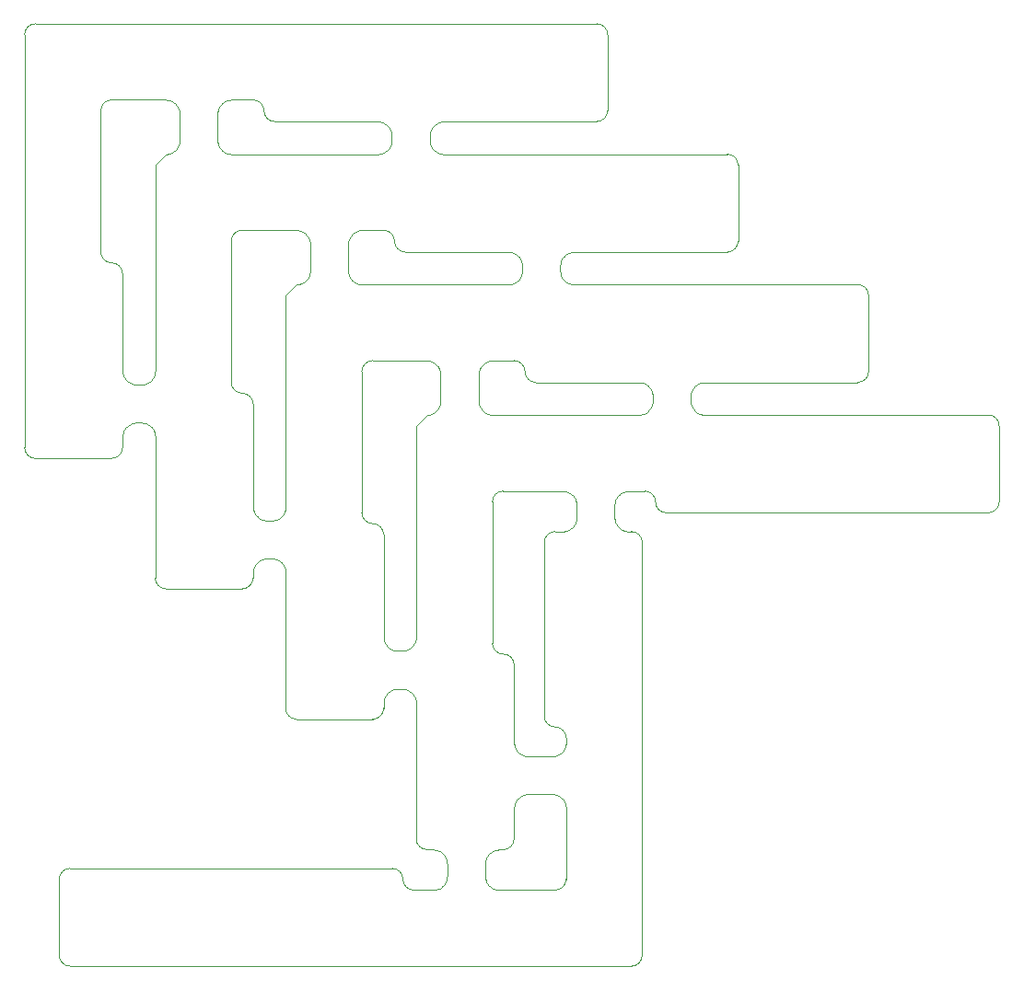
<source format=gbr>
G04 #@! TF.GenerationSoftware,KiCad,Pcbnew,5.1.5-52549c5~84~ubuntu16.04.1*
G04 #@! TF.CreationDate,2020-01-12T22:05:50-08:00*
G04 #@! TF.ProjectId,output.panelized,6f757470-7574-42e7-9061-6e656c697a65,rev?*
G04 #@! TF.SameCoordinates,PX8e95450PY5aa2c88*
G04 #@! TF.FileFunction,Profile,NP*
%FSLAX46Y46*%
G04 Gerber Fmt 4.6, Leading zero omitted, Abs format (unit mm)*
G04 Created by KiCad (PCBNEW 5.1.5-52549c5~84~ubuntu16.04.1) date 2020-01-12 22:05:50*
%MOMM*%
%LPD*%
G04 APERTURE LIST*
%ADD10C,0.050000*%
%ADD11C,0.100000*%
G04 APERTURE END LIST*
D10*
X-75890800Y71961400D02*
G75*
G02X-76890800Y70961400I-1000000J0D01*
G01*
X-76890800Y79961400D02*
G75*
G02X-75890800Y78961400I0J-1000000D01*
G01*
X-129490800Y78961400D02*
G75*
G02X-128490800Y79961400I1000000J0D01*
G01*
X-128490800Y39961400D02*
G75*
G02X-129490800Y40961400I0J1000000D01*
G01*
X-120490800Y40961400D02*
G75*
G02X-121490800Y39961400I-1000000J0D01*
G01*
X-121490800Y57961400D02*
G75*
G02X-122490800Y58961400I0J1000000D01*
G01*
X-121490800Y57961400D02*
G75*
G02X-120490800Y56961400I0J-1000000D01*
G01*
X-122490800Y71961400D02*
G75*
G02X-121490800Y72961400I1000000J0D01*
G01*
X-108490800Y72961400D02*
G75*
G02X-107490800Y71961400I0J-1000000D01*
G01*
X-106490800Y70961400D02*
G75*
G02X-107490800Y71961400I0J1000000D01*
G01*
X-122490800Y71961400D02*
X-122490800Y58961400D01*
X-129490800Y40961400D02*
X-129490800Y78961400D01*
X-121490800Y39961400D02*
X-128490800Y39961400D01*
X-75890800Y78961400D02*
X-75890800Y71961400D01*
X-128490800Y79961400D02*
X-76890800Y79961400D01*
X-63890800Y59961400D02*
G75*
G02X-64890800Y58961400I-1000000J0D01*
G01*
X-64890800Y67961400D02*
G75*
G02X-63890800Y66961400I0J-1000000D01*
G01*
X-116490800Y27961400D02*
G75*
G02X-117490800Y28961400I0J1000000D01*
G01*
X-108490800Y28961400D02*
G75*
G02X-109490800Y27961400I-1000000J0D01*
G01*
X-109490800Y45961400D02*
G75*
G02X-110490800Y46961400I0J1000000D01*
G01*
X-109490800Y45961400D02*
G75*
G02X-108490800Y44961400I0J-1000000D01*
G01*
X-110490800Y59961400D02*
G75*
G02X-109490800Y60961400I1000000J0D01*
G01*
X-96490800Y60961400D02*
G75*
G02X-95490800Y59961400I0J-1000000D01*
G01*
X-94490800Y58961400D02*
G75*
G02X-95490800Y59961400I0J1000000D01*
G01*
X-110490800Y59961400D02*
X-110490800Y46961400D01*
X-109490800Y27961400D02*
X-116490800Y27961400D01*
X-63890800Y66961400D02*
X-63890800Y59961400D01*
X-51890800Y47961400D02*
G75*
G02X-52890800Y46961400I-1000000J0D01*
G01*
X-52890800Y55961400D02*
G75*
G02X-51890800Y54961400I0J-1000000D01*
G01*
X-104490800Y15961400D02*
G75*
G02X-105490800Y16961400I0J1000000D01*
G01*
X-96490800Y16961400D02*
G75*
G02X-97490800Y15961400I-1000000J0D01*
G01*
X-97490800Y33961400D02*
G75*
G02X-98490800Y34961400I0J1000000D01*
G01*
X-97490800Y33961400D02*
G75*
G02X-96490800Y32961400I0J-1000000D01*
G01*
X-98490800Y47961400D02*
G75*
G02X-97490800Y48961400I1000000J0D01*
G01*
X-84490800Y48961400D02*
G75*
G02X-83490800Y47961400I0J-1000000D01*
G01*
X-82490800Y46961400D02*
G75*
G02X-83490800Y47961400I0J1000000D01*
G01*
X-98490800Y47961400D02*
X-98490800Y34961400D01*
X-97490800Y15961400D02*
X-104490800Y15961400D01*
X-51890800Y54961400D02*
X-51890800Y47961400D01*
X-39890800Y35961400D02*
G75*
G02X-40890800Y34961400I-1000000J0D01*
G01*
X-40890800Y43961400D02*
G75*
G02X-39890800Y42961400I0J-1000000D01*
G01*
X-92490800Y3961400D02*
G75*
G02X-93490800Y4961400I0J1000000D01*
G01*
X-84490800Y4961400D02*
G75*
G02X-85490800Y3961400I-1000000J0D01*
G01*
X-85490800Y21961400D02*
G75*
G02X-86490800Y22961400I0J1000000D01*
G01*
X-85490800Y21961400D02*
G75*
G02X-84490800Y20961400I0J-1000000D01*
G01*
X-86490800Y35961400D02*
G75*
G02X-85490800Y36961400I1000000J0D01*
G01*
X-72490800Y36961400D02*
G75*
G02X-71490800Y35961400I0J-1000000D01*
G01*
X-70490800Y34961400D02*
G75*
G02X-71490800Y35961400I0J1000000D01*
G01*
X-86490800Y35961400D02*
X-86490800Y22961400D01*
X-40890800Y34961400D02*
X-70490800Y34961400D01*
X-39890800Y42961400D02*
X-39890800Y35961400D01*
X-126309200Y1238600D02*
G75*
G02X-125309200Y2238600I1000000J0D01*
G01*
X-125309200Y-6761400D02*
G75*
G02X-126309200Y-5761400I0J1000000D01*
G01*
X-72709200Y-5761400D02*
G75*
G02X-73709200Y-6761400I-1000000J0D01*
G01*
X-73709200Y33238600D02*
G75*
G02X-72709200Y32238600I0J-1000000D01*
G01*
X-81709200Y32238600D02*
G75*
G02X-80709200Y33238600I1000000J0D01*
G01*
X-80709200Y15238600D02*
G75*
G02X-79709200Y14238600I0J-1000000D01*
G01*
X-80709200Y15238600D02*
G75*
G02X-81709200Y16238600I0J1000000D01*
G01*
X-79709200Y1238600D02*
G75*
G02X-80709200Y238600I-1000000J0D01*
G01*
X-93709200Y238600D02*
G75*
G02X-94709200Y1238600I0J1000000D01*
G01*
X-95709200Y2238600D02*
G75*
G02X-94709200Y1238600I0J-1000000D01*
G01*
X-72709200Y32238600D02*
X-72709200Y-5761400D01*
X-81709200Y16238600D02*
X-81709200Y32238600D01*
X-125309200Y2238600D02*
X-95709200Y2238600D01*
X-126309200Y-5761400D02*
X-126309200Y1238600D01*
X-73709200Y-6761400D02*
X-125309200Y-6761400D01*
D11*
X-84490800Y13800012D02*
X-84490800Y20961400D01*
X-84490800Y7800000D02*
X-84490800Y4961400D01*
X-79709200Y7800006D02*
X-79709200Y1238600D01*
X-79709200Y13800000D02*
X-79709200Y14238600D01*
X-79709200Y7800006D02*
X-79716887Y7899710D01*
X-84490800Y7800000D02*
X-84483113Y7899704D01*
X-79716887Y7899710D02*
X-79732215Y7998528D01*
X-84483113Y7899704D02*
X-84467785Y7998522D01*
X-79732215Y7998528D02*
X-79755093Y8095875D01*
X-84467785Y7998522D02*
X-84444907Y8095869D01*
X-79755093Y8095875D02*
X-79785386Y8191175D01*
X-84444907Y8095869D02*
X-84414614Y8191169D01*
X-79785386Y8191175D02*
X-79822915Y8283865D01*
X-84414614Y8191169D02*
X-84377085Y8283859D01*
X-79822915Y8283865D02*
X-79867458Y8373396D01*
X-84377085Y8283859D02*
X-84332542Y8373390D01*
X-79867458Y8373396D02*
X-79918751Y8459238D01*
X-84332542Y8373390D02*
X-84281249Y8459232D01*
X-79918751Y8459238D02*
X-79976491Y8540883D01*
X-84281249Y8459232D02*
X-84223509Y8540877D01*
X-79976491Y8540883D02*
X-80040336Y8617848D01*
X-84223509Y8540877D02*
X-84159664Y8617842D01*
X-80040336Y8617848D02*
X-80109908Y8689678D01*
X-84159664Y8617842D02*
X-84090092Y8689672D01*
X-80109908Y8689678D02*
X-80184795Y8755948D01*
X-84090092Y8689672D02*
X-84015205Y8755942D01*
X-80184795Y8755948D02*
X-80264554Y8816266D01*
X-84015205Y8755942D02*
X-83935446Y8816260D01*
X-80264554Y8816266D02*
X-80348713Y8870275D01*
X-83935446Y8816260D02*
X-83851287Y8870269D01*
X-80348713Y8870275D02*
X-80436774Y8917655D01*
X-83851287Y8870269D02*
X-83763226Y8917649D01*
X-80436774Y8917655D02*
X-80528216Y8958126D01*
X-83763226Y8917649D02*
X-83671784Y8958120D01*
X-80528216Y8958126D02*
X-80622498Y8991448D01*
X-83671784Y8958120D02*
X-83577502Y8991442D01*
X-80622498Y8991448D02*
X-80719062Y9017424D01*
X-83577502Y8991442D02*
X-83480938Y9017418D01*
X-80719062Y9017424D02*
X-80817337Y9035901D01*
X-83480938Y9017418D02*
X-83382663Y9035895D01*
X-80817337Y9035901D02*
X-80916742Y9046769D01*
X-83382663Y9035895D02*
X-83283258Y9046763D01*
X-80916742Y9046769D02*
X-81016688Y9049964D01*
X-83283258Y9046763D02*
X-83183312Y9049958D01*
X-83183312Y9049958D02*
X-81016688Y9049964D01*
X-79709200Y13800000D02*
X-79716887Y13700296D01*
X-84490800Y13800012D02*
X-84483113Y13700308D01*
X-79716887Y13700296D02*
X-79732215Y13601478D01*
X-84483113Y13700308D02*
X-84467785Y13601490D01*
X-79732215Y13601478D02*
X-79755093Y13504131D01*
X-84467785Y13601490D02*
X-84444907Y13504143D01*
X-79755093Y13504131D02*
X-79785386Y13408831D01*
X-84444907Y13504143D02*
X-84414614Y13408843D01*
X-79785386Y13408831D02*
X-79822915Y13316141D01*
X-84414614Y13408843D02*
X-84377085Y13316153D01*
X-79822915Y13316141D02*
X-79867458Y13226610D01*
X-84377085Y13316153D02*
X-84332542Y13226622D01*
X-79867458Y13226610D02*
X-79918751Y13140768D01*
X-84332542Y13226622D02*
X-84281249Y13140780D01*
X-79918751Y13140768D02*
X-79976491Y13059123D01*
X-84281249Y13140780D02*
X-84223509Y13059135D01*
X-79976491Y13059123D02*
X-80040336Y12982158D01*
X-84223509Y13059135D02*
X-84159664Y12982170D01*
X-80040336Y12982158D02*
X-80109908Y12910328D01*
X-84159664Y12982170D02*
X-84090092Y12910340D01*
X-80109908Y12910328D02*
X-80184795Y12844058D01*
X-84090092Y12910340D02*
X-84015205Y12844070D01*
X-80184795Y12844058D02*
X-80264554Y12783740D01*
X-84015205Y12844070D02*
X-83935446Y12783752D01*
X-80264554Y12783740D02*
X-80348713Y12729731D01*
X-83935446Y12783752D02*
X-83851287Y12729743D01*
X-80348713Y12729731D02*
X-80436774Y12682351D01*
X-83851287Y12729743D02*
X-83763226Y12682363D01*
X-80436774Y12682351D02*
X-80528216Y12641880D01*
X-83763226Y12682363D02*
X-83671784Y12641892D01*
X-80528216Y12641880D02*
X-80622498Y12608558D01*
X-83671784Y12641892D02*
X-83577502Y12608570D01*
X-80622498Y12608558D02*
X-80719062Y12582582D01*
X-83577502Y12608570D02*
X-83480938Y12582594D01*
X-80719062Y12582582D02*
X-80817337Y12564105D01*
X-83480938Y12582594D02*
X-83382663Y12564117D01*
X-80817337Y12564105D02*
X-80916742Y12553237D01*
X-83382663Y12564117D02*
X-83283258Y12553249D01*
X-80916742Y12553237D02*
X-81016688Y12550042D01*
X-83283258Y12553249D02*
X-83183312Y12550054D01*
X-83183312Y12550054D02*
X-81016688Y12550042D01*
X-85900000Y3961400D02*
X-85490800Y3961400D01*
X-91899994Y3961400D02*
X-92490800Y3961400D01*
X-91900003Y238600D02*
X-93709200Y238600D01*
X-85900006Y238600D02*
X-80709200Y238600D01*
X-91899994Y3961400D02*
X-91800290Y3953713D01*
X-91900003Y238600D02*
X-91800299Y246287D01*
X-91800290Y3953713D02*
X-91701472Y3938385D01*
X-91800299Y246287D02*
X-91701481Y261615D01*
X-91701472Y3938385D02*
X-91604125Y3915507D01*
X-91701481Y261615D02*
X-91604134Y284493D01*
X-91604125Y3915507D02*
X-91508825Y3885214D01*
X-91604134Y284493D02*
X-91508834Y314786D01*
X-91508825Y3885214D02*
X-91416135Y3847685D01*
X-91508834Y314786D02*
X-91416144Y352315D01*
X-91416135Y3847685D02*
X-91326604Y3803142D01*
X-91416144Y352315D02*
X-91326613Y396858D01*
X-91326604Y3803142D02*
X-91240762Y3751849D01*
X-91326613Y396858D02*
X-91240771Y448151D01*
X-91240762Y3751849D02*
X-91159117Y3694109D01*
X-91240771Y448151D02*
X-91159126Y505891D01*
X-91159117Y3694109D02*
X-91082152Y3630264D01*
X-91159126Y505891D02*
X-91082161Y569736D01*
X-91082152Y3630264D02*
X-91010322Y3560692D01*
X-91082161Y569736D02*
X-91010331Y639308D01*
X-91010322Y3560692D02*
X-90944052Y3485805D01*
X-91010331Y639308D02*
X-90944061Y714195D01*
X-90944052Y3485805D02*
X-90883734Y3406046D01*
X-90944061Y714195D02*
X-90883743Y793954D01*
X-90883734Y3406046D02*
X-90829725Y3321887D01*
X-90883743Y793954D02*
X-90829734Y878113D01*
X-90829725Y3321887D02*
X-90782345Y3233826D01*
X-90829734Y878113D02*
X-90782354Y966174D01*
X-90782345Y3233826D02*
X-90741874Y3142384D01*
X-90782354Y966174D02*
X-90741883Y1057616D01*
X-90741874Y3142384D02*
X-90708552Y3048102D01*
X-90741883Y1057616D02*
X-90708561Y1151898D01*
X-90708552Y3048102D02*
X-90682576Y2951538D01*
X-90708561Y1151898D02*
X-90682585Y1248462D01*
X-90682576Y2951538D02*
X-90664099Y2853263D01*
X-90682585Y1248462D02*
X-90664108Y1346737D01*
X-90664099Y2853263D02*
X-90653231Y2753858D01*
X-90664108Y1346737D02*
X-90653240Y1446142D01*
X-90653231Y2753858D02*
X-90650036Y2653912D01*
X-90653240Y1446142D02*
X-90650045Y1546088D01*
X-90650036Y2653912D02*
X-90650045Y1546088D01*
X-85900006Y238600D02*
X-85999710Y246287D01*
X-85900000Y3961400D02*
X-85999704Y3953713D01*
X-85999710Y246287D02*
X-86098528Y261615D01*
X-85999704Y3953713D02*
X-86098522Y3938385D01*
X-86098528Y261615D02*
X-86195875Y284493D01*
X-86098522Y3938385D02*
X-86195869Y3915507D01*
X-86195875Y284493D02*
X-86291175Y314786D01*
X-86195869Y3915507D02*
X-86291169Y3885214D01*
X-86291175Y314786D02*
X-86383865Y352315D01*
X-86291169Y3885214D02*
X-86383859Y3847685D01*
X-86383865Y352315D02*
X-86473396Y396858D01*
X-86383859Y3847685D02*
X-86473390Y3803142D01*
X-86473396Y396858D02*
X-86559238Y448151D01*
X-86473390Y3803142D02*
X-86559232Y3751849D01*
X-86559238Y448151D02*
X-86640883Y505891D01*
X-86559232Y3751849D02*
X-86640877Y3694109D01*
X-86640883Y505891D02*
X-86717848Y569736D01*
X-86640877Y3694109D02*
X-86717842Y3630264D01*
X-86717848Y569736D02*
X-86789678Y639308D01*
X-86717842Y3630264D02*
X-86789672Y3560692D01*
X-86789678Y639308D02*
X-86855948Y714195D01*
X-86789672Y3560692D02*
X-86855942Y3485805D01*
X-86855948Y714195D02*
X-86916266Y793954D01*
X-86855942Y3485805D02*
X-86916260Y3406046D01*
X-86916266Y793954D02*
X-86970275Y878113D01*
X-86916260Y3406046D02*
X-86970269Y3321887D01*
X-86970275Y878113D02*
X-87017655Y966174D01*
X-86970269Y3321887D02*
X-87017649Y3233826D01*
X-87017655Y966174D02*
X-87058126Y1057616D01*
X-87017649Y3233826D02*
X-87058120Y3142384D01*
X-87058126Y1057616D02*
X-87091448Y1151898D01*
X-87058120Y3142384D02*
X-87091442Y3048102D01*
X-87091448Y1151898D02*
X-87117424Y1248462D01*
X-87091442Y3048102D02*
X-87117418Y2951538D01*
X-87117424Y1248462D02*
X-87135901Y1346737D01*
X-87117418Y2951538D02*
X-87135895Y2853263D01*
X-87135901Y1346737D02*
X-87146769Y1446142D01*
X-87135895Y2853263D02*
X-87146763Y2753858D01*
X-87146769Y1446142D02*
X-87149964Y1546088D01*
X-87146763Y2753858D02*
X-87149958Y2653912D01*
X-87149958Y2653912D02*
X-87149964Y1546088D01*
X-73999997Y36961400D02*
X-72490800Y36961400D01*
X-80000012Y36961400D02*
X-85490800Y36961400D01*
X-80000000Y33238600D02*
X-80709200Y33238600D01*
X-74000006Y33238600D02*
X-73709200Y33238600D01*
X-80000000Y33238600D02*
X-79900296Y33246287D01*
X-80000012Y36961400D02*
X-79900308Y36953713D01*
X-79900296Y33246287D02*
X-79801478Y33261615D01*
X-79900308Y36953713D02*
X-79801490Y36938385D01*
X-79801478Y33261615D02*
X-79704131Y33284493D01*
X-79801490Y36938385D02*
X-79704143Y36915507D01*
X-79704131Y33284493D02*
X-79608831Y33314786D01*
X-79704143Y36915507D02*
X-79608843Y36885214D01*
X-79608831Y33314786D02*
X-79516141Y33352315D01*
X-79608843Y36885214D02*
X-79516153Y36847685D01*
X-79516141Y33352315D02*
X-79426610Y33396858D01*
X-79516153Y36847685D02*
X-79426622Y36803142D01*
X-79426610Y33396858D02*
X-79340768Y33448151D01*
X-79426622Y36803142D02*
X-79340780Y36751849D01*
X-79340768Y33448151D02*
X-79259123Y33505891D01*
X-79340780Y36751849D02*
X-79259135Y36694109D01*
X-79259123Y33505891D02*
X-79182158Y33569736D01*
X-79259135Y36694109D02*
X-79182170Y36630264D01*
X-79182158Y33569736D02*
X-79110328Y33639308D01*
X-79182170Y36630264D02*
X-79110340Y36560692D01*
X-79110328Y33639308D02*
X-79044058Y33714195D01*
X-79110340Y36560692D02*
X-79044070Y36485805D01*
X-79044058Y33714195D02*
X-78983740Y33793954D01*
X-79044070Y36485805D02*
X-78983752Y36406046D01*
X-78983740Y33793954D02*
X-78929731Y33878113D01*
X-78983752Y36406046D02*
X-78929743Y36321887D01*
X-78929731Y33878113D02*
X-78882351Y33966174D01*
X-78929743Y36321887D02*
X-78882363Y36233826D01*
X-78882351Y33966174D02*
X-78841880Y34057616D01*
X-78882363Y36233826D02*
X-78841892Y36142384D01*
X-78841880Y34057616D02*
X-78808558Y34151898D01*
X-78841892Y36142384D02*
X-78808570Y36048102D01*
X-78808558Y34151898D02*
X-78782582Y34248462D01*
X-78808570Y36048102D02*
X-78782594Y35951538D01*
X-78782582Y34248462D02*
X-78764105Y34346737D01*
X-78782594Y35951538D02*
X-78764117Y35853263D01*
X-78764105Y34346737D02*
X-78753237Y34446142D01*
X-78764117Y35853263D02*
X-78753249Y35753858D01*
X-78753237Y34446142D02*
X-78750042Y34546088D01*
X-78753249Y35753858D02*
X-78750054Y35653912D01*
X-78750054Y35653912D02*
X-78750042Y34546088D01*
X-74000006Y33238600D02*
X-74099710Y33246287D01*
X-73999997Y36961400D02*
X-74099701Y36953713D01*
X-74099710Y33246287D02*
X-74198528Y33261615D01*
X-74099701Y36953713D02*
X-74198519Y36938385D01*
X-74198528Y33261615D02*
X-74295875Y33284493D01*
X-74198519Y36938385D02*
X-74295866Y36915507D01*
X-74295875Y33284493D02*
X-74391175Y33314786D01*
X-74295866Y36915507D02*
X-74391166Y36885214D01*
X-74391175Y33314786D02*
X-74483865Y33352315D01*
X-74391166Y36885214D02*
X-74483856Y36847685D01*
X-74483865Y33352315D02*
X-74573396Y33396858D01*
X-74483856Y36847685D02*
X-74573387Y36803142D01*
X-74573396Y33396858D02*
X-74659238Y33448151D01*
X-74573387Y36803142D02*
X-74659229Y36751849D01*
X-74659238Y33448151D02*
X-74740883Y33505891D01*
X-74659229Y36751849D02*
X-74740874Y36694109D01*
X-74740883Y33505891D02*
X-74817848Y33569736D01*
X-74740874Y36694109D02*
X-74817839Y36630264D01*
X-74817848Y33569736D02*
X-74889678Y33639308D01*
X-74817839Y36630264D02*
X-74889669Y36560692D01*
X-74889678Y33639308D02*
X-74955948Y33714195D01*
X-74889669Y36560692D02*
X-74955939Y36485805D01*
X-74955948Y33714195D02*
X-75016266Y33793954D01*
X-74955939Y36485805D02*
X-75016257Y36406046D01*
X-75016266Y33793954D02*
X-75070275Y33878113D01*
X-75016257Y36406046D02*
X-75070266Y36321887D01*
X-75070275Y33878113D02*
X-75117655Y33966174D01*
X-75070266Y36321887D02*
X-75117646Y36233826D01*
X-75117655Y33966174D02*
X-75158126Y34057616D01*
X-75117646Y36233826D02*
X-75158117Y36142384D01*
X-75158126Y34057616D02*
X-75191448Y34151898D01*
X-75158117Y36142384D02*
X-75191439Y36048102D01*
X-75191448Y34151898D02*
X-75217424Y34248462D01*
X-75191439Y36048102D02*
X-75217415Y35951538D01*
X-75217424Y34248462D02*
X-75235901Y34346737D01*
X-75217415Y35951538D02*
X-75235892Y35853263D01*
X-75235901Y34346737D02*
X-75246769Y34446142D01*
X-75235892Y35853263D02*
X-75246760Y35753858D01*
X-75246769Y34446142D02*
X-75249964Y34546088D01*
X-75246760Y35753858D02*
X-75249955Y35653912D01*
X-75249955Y35653912D02*
X-75249964Y34546088D01*
X-104497305Y55954895D02*
X-105490800Y54961400D01*
X-98499994Y60961400D02*
X-96490800Y60961400D01*
X-104500003Y60961400D02*
X-109490800Y60961400D01*
X-98500036Y55961400D02*
X-98599749Y55968978D01*
X-98499994Y60961400D02*
X-98599698Y60953713D01*
X-98599749Y55968978D02*
X-98698584Y55984198D01*
X-98599698Y60953713D02*
X-98698516Y60938385D01*
X-98698584Y55984198D02*
X-98795957Y56006970D01*
X-98698516Y60938385D02*
X-98795863Y60915507D01*
X-98795957Y56006970D02*
X-98891292Y56037159D01*
X-98795863Y60915507D02*
X-98891163Y60885214D01*
X-98891292Y56037159D02*
X-98984024Y56074587D01*
X-98891163Y60885214D02*
X-98983853Y60847685D01*
X-98984024Y56074587D02*
X-99073605Y56119032D01*
X-98983853Y60847685D02*
X-99073384Y60803142D01*
X-99073605Y56119032D02*
X-99159505Y56170231D01*
X-99073384Y60803142D02*
X-99159226Y60751849D01*
X-99159505Y56170231D02*
X-99241215Y56227881D01*
X-99159226Y60751849D02*
X-99240871Y60694109D01*
X-99241215Y56227881D02*
X-99318252Y56291641D01*
X-99240871Y60694109D02*
X-99317836Y60630264D01*
X-99318252Y56291641D02*
X-99390160Y56361134D01*
X-99317836Y60630264D02*
X-99389666Y60560692D01*
X-99390160Y56361134D02*
X-99456514Y56435949D01*
X-99389666Y60560692D02*
X-99455936Y60485805D01*
X-99456514Y56435949D02*
X-99516921Y56515643D01*
X-99455936Y60485805D02*
X-99516254Y60406046D01*
X-99516921Y56515643D02*
X-99571024Y56599744D01*
X-99516254Y60406046D02*
X-99570263Y60321887D01*
X-99571024Y56599744D02*
X-99618502Y56687755D01*
X-99570263Y60321887D02*
X-99617643Y60233826D01*
X-99618502Y56687755D02*
X-99659074Y56779155D01*
X-99617643Y60233826D02*
X-99658114Y60142384D01*
X-99659074Y56779155D02*
X-99692500Y56873403D01*
X-99658114Y60142384D02*
X-99691436Y60048102D01*
X-99692500Y56873403D02*
X-99718583Y56969941D01*
X-99691436Y60048102D02*
X-99717412Y59951538D01*
X-99718583Y56969941D02*
X-99737168Y57068198D01*
X-99717412Y59951538D02*
X-99735889Y59853263D01*
X-99737168Y57068198D02*
X-99748145Y57167593D01*
X-99735889Y59853263D02*
X-99746757Y59753858D01*
X-99748145Y57167593D02*
X-99751449Y57267538D01*
X-99746757Y59753858D02*
X-99749952Y59653912D01*
X-99751449Y57267538D02*
X-99749952Y59653912D01*
X-104500003Y60961400D02*
X-104400299Y60953713D01*
X-104497305Y55954895D02*
X-104397609Y55962690D01*
X-104400299Y60953713D02*
X-104301481Y60938385D01*
X-104397609Y55962690D02*
X-104298807Y55978125D01*
X-104301481Y60938385D02*
X-104204134Y60915507D01*
X-104298807Y55978125D02*
X-104201484Y56001109D01*
X-104201484Y56001109D02*
X-104106216Y56031506D01*
X-104204134Y60915507D02*
X-104108834Y60885214D01*
X-104108834Y60885214D02*
X-104016144Y60847685D01*
X-104106216Y56031506D02*
X-104013566Y56069136D01*
X-104013566Y56069136D02*
X-103924083Y56113776D01*
X-104016144Y60847685D02*
X-103926613Y60803142D01*
X-103926613Y60803142D02*
X-103840771Y60751849D01*
X-103924083Y56113776D02*
X-103838296Y56165162D01*
X-103840771Y60751849D02*
X-103759126Y60694109D01*
X-103838296Y56165162D02*
X-103756713Y56222990D01*
X-103756713Y56222990D02*
X-103679816Y56286918D01*
X-103759126Y60694109D02*
X-103682161Y60630264D01*
X-103679816Y56286918D02*
X-103608060Y56356568D01*
X-103682161Y60630264D02*
X-103610331Y60560692D01*
X-103610331Y60560692D02*
X-103544061Y60485805D01*
X-103608060Y56356568D02*
X-103541870Y56431528D01*
X-103544061Y60485805D02*
X-103483743Y60406046D01*
X-103541870Y56431528D02*
X-103481638Y56511354D01*
X-103481638Y56511354D02*
X-103427720Y56595574D01*
X-103483743Y60406046D02*
X-103429734Y60321887D01*
X-103429734Y60321887D02*
X-103382354Y60233826D01*
X-103427720Y56595574D02*
X-103380435Y56683689D01*
X-103382354Y60233826D02*
X-103341883Y60142384D01*
X-103380435Y56683689D02*
X-103340063Y56775178D01*
X-103341883Y60142384D02*
X-103308561Y60048102D01*
X-103340063Y56775178D02*
X-103306843Y56869500D01*
X-103306843Y56869500D02*
X-103280971Y56966096D01*
X-103308561Y60048102D02*
X-103282585Y59951538D01*
X-103282585Y59951538D02*
X-103264108Y59853263D01*
X-103280971Y56966096D02*
X-103262601Y57064395D01*
X-103262601Y57064395D02*
X-103251841Y57163815D01*
X-103264108Y59853263D02*
X-103253240Y59753858D01*
X-103251841Y57163815D02*
X-103248755Y57263768D01*
X-103253240Y59753858D02*
X-103250045Y59653912D01*
X-103248755Y57263768D02*
X-103250045Y59653912D01*
X-92497305Y43954895D02*
X-93490800Y42961400D01*
X-86499994Y48961400D02*
X-84490800Y48961400D01*
X-92500003Y48961400D02*
X-97490800Y48961400D01*
X-86500036Y43961400D02*
X-86599749Y43968978D01*
X-86499994Y48961400D02*
X-86599698Y48953713D01*
X-86599749Y43968978D02*
X-86698584Y43984198D01*
X-86599698Y48953713D02*
X-86698516Y48938385D01*
X-86698584Y43984198D02*
X-86795957Y44006970D01*
X-86698516Y48938385D02*
X-86795863Y48915507D01*
X-86795957Y44006970D02*
X-86891292Y44037159D01*
X-86795863Y48915507D02*
X-86891163Y48885214D01*
X-86891292Y44037159D02*
X-86984024Y44074587D01*
X-86891163Y48885214D02*
X-86983853Y48847685D01*
X-86984024Y44074587D02*
X-87073605Y44119032D01*
X-86983853Y48847685D02*
X-87073384Y48803142D01*
X-87073605Y44119032D02*
X-87159505Y44170231D01*
X-87073384Y48803142D02*
X-87159226Y48751849D01*
X-87159505Y44170231D02*
X-87241215Y44227881D01*
X-87159226Y48751849D02*
X-87240871Y48694109D01*
X-87241215Y44227881D02*
X-87318252Y44291641D01*
X-87240871Y48694109D02*
X-87317836Y48630264D01*
X-87318252Y44291641D02*
X-87390160Y44361134D01*
X-87317836Y48630264D02*
X-87389666Y48560692D01*
X-87390160Y44361134D02*
X-87456514Y44435949D01*
X-87389666Y48560692D02*
X-87455936Y48485805D01*
X-87456514Y44435949D02*
X-87516921Y44515643D01*
X-87455936Y48485805D02*
X-87516254Y48406046D01*
X-87516921Y44515643D02*
X-87571024Y44599744D01*
X-87516254Y48406046D02*
X-87570263Y48321887D01*
X-87571024Y44599744D02*
X-87618502Y44687755D01*
X-87570263Y48321887D02*
X-87617643Y48233826D01*
X-87618502Y44687755D02*
X-87659074Y44779155D01*
X-87617643Y48233826D02*
X-87658114Y48142384D01*
X-87659074Y44779155D02*
X-87692500Y44873403D01*
X-87658114Y48142384D02*
X-87691436Y48048102D01*
X-87692500Y44873403D02*
X-87718583Y44969941D01*
X-87691436Y48048102D02*
X-87717412Y47951538D01*
X-87718583Y44969941D02*
X-87737168Y45068198D01*
X-87717412Y47951538D02*
X-87735889Y47853263D01*
X-87737168Y45068198D02*
X-87748145Y45167593D01*
X-87735889Y47853263D02*
X-87746757Y47753858D01*
X-87748145Y45167593D02*
X-87751449Y45267538D01*
X-87746757Y47753858D02*
X-87749952Y47653912D01*
X-87751449Y45267538D02*
X-87749952Y47653912D01*
X-92500003Y48961400D02*
X-92400299Y48953713D01*
X-92497305Y43954895D02*
X-92397609Y43962690D01*
X-92400299Y48953713D02*
X-92301481Y48938385D01*
X-92397609Y43962690D02*
X-92298807Y43978125D01*
X-92301481Y48938385D02*
X-92204134Y48915507D01*
X-92298807Y43978125D02*
X-92201484Y44001109D01*
X-92201484Y44001109D02*
X-92106216Y44031506D01*
X-92204134Y48915507D02*
X-92108834Y48885214D01*
X-92108834Y48885214D02*
X-92016144Y48847685D01*
X-92106216Y44031506D02*
X-92013566Y44069136D01*
X-92013566Y44069136D02*
X-91924083Y44113776D01*
X-92016144Y48847685D02*
X-91926613Y48803142D01*
X-91926613Y48803142D02*
X-91840771Y48751849D01*
X-91924083Y44113776D02*
X-91838296Y44165162D01*
X-91840771Y48751849D02*
X-91759126Y48694109D01*
X-91838296Y44165162D02*
X-91756713Y44222990D01*
X-91756713Y44222990D02*
X-91679816Y44286918D01*
X-91759126Y48694109D02*
X-91682161Y48630264D01*
X-91679816Y44286918D02*
X-91608060Y44356568D01*
X-91682161Y48630264D02*
X-91610331Y48560692D01*
X-91610331Y48560692D02*
X-91544061Y48485805D01*
X-91608060Y44356568D02*
X-91541870Y44431528D01*
X-91544061Y48485805D02*
X-91483743Y48406046D01*
X-91541870Y44431528D02*
X-91481638Y44511354D01*
X-91481638Y44511354D02*
X-91427720Y44595574D01*
X-91483743Y48406046D02*
X-91429734Y48321887D01*
X-91429734Y48321887D02*
X-91382354Y48233826D01*
X-91427720Y44595574D02*
X-91380435Y44683689D01*
X-91382354Y48233826D02*
X-91341883Y48142384D01*
X-91380435Y44683689D02*
X-91340063Y44775178D01*
X-91341883Y48142384D02*
X-91308561Y48048102D01*
X-91340063Y44775178D02*
X-91306843Y44869500D01*
X-91306843Y44869500D02*
X-91280971Y44966096D01*
X-91308561Y48048102D02*
X-91282585Y47951538D01*
X-91282585Y47951538D02*
X-91264108Y47853263D01*
X-91280971Y44966096D02*
X-91262601Y45064395D01*
X-91262601Y45064395D02*
X-91251841Y45163815D01*
X-91264108Y47853263D02*
X-91253240Y47753858D01*
X-91251841Y45163815D02*
X-91248755Y45263768D01*
X-91253240Y47753858D02*
X-91250045Y47653912D01*
X-91248755Y45263768D02*
X-91250045Y47653912D01*
X-73000003Y43961400D02*
X-86500036Y43961400D01*
X-67000036Y43961400D02*
X-40890800Y43961400D01*
X-67000003Y46961400D02*
X-52890800Y46961400D01*
X-73000003Y46961400D02*
X-82490800Y46961400D01*
X-67000036Y43961400D02*
X-67099740Y43969087D01*
X-67000003Y46961400D02*
X-67099707Y46953713D01*
X-67099740Y43969087D02*
X-67198558Y43984415D01*
X-67099707Y46953713D02*
X-67198525Y46938385D01*
X-67198558Y43984415D02*
X-67295905Y44007293D01*
X-67198525Y46938385D02*
X-67295872Y46915507D01*
X-67295905Y44007293D02*
X-67391205Y44037586D01*
X-67295872Y46915507D02*
X-67391172Y46885214D01*
X-67391205Y44037586D02*
X-67483895Y44075115D01*
X-67391172Y46885214D02*
X-67483862Y46847685D01*
X-67483895Y44075115D02*
X-67573426Y44119658D01*
X-67483862Y46847685D02*
X-67573393Y46803142D01*
X-67573426Y44119658D02*
X-67659268Y44170951D01*
X-67573393Y46803142D02*
X-67659235Y46751849D01*
X-67659268Y44170951D02*
X-67740913Y44228691D01*
X-67659235Y46751849D02*
X-67740880Y46694109D01*
X-67740913Y44228691D02*
X-67817878Y44292536D01*
X-67740880Y46694109D02*
X-67817845Y46630264D01*
X-67817878Y44292536D02*
X-67889708Y44362108D01*
X-67817845Y46630264D02*
X-67889675Y46560692D01*
X-67889708Y44362108D02*
X-67955978Y44436995D01*
X-67889675Y46560692D02*
X-67955945Y46485805D01*
X-67955978Y44436995D02*
X-68016296Y44516754D01*
X-67955945Y46485805D02*
X-68016263Y46406046D01*
X-68016296Y44516754D02*
X-68070305Y44600913D01*
X-68016263Y46406046D02*
X-68070272Y46321887D01*
X-68070305Y44600913D02*
X-68117685Y44688974D01*
X-68070272Y46321887D02*
X-68117652Y46233826D01*
X-68117685Y44688974D02*
X-68158156Y44780416D01*
X-68117652Y46233826D02*
X-68158123Y46142384D01*
X-68158156Y44780416D02*
X-68191478Y44874698D01*
X-68158123Y46142384D02*
X-68191445Y46048102D01*
X-68191478Y44874698D02*
X-68217454Y44971262D01*
X-68191445Y46048102D02*
X-68217421Y45951538D01*
X-68217454Y44971262D02*
X-68235931Y45069537D01*
X-68217421Y45951538D02*
X-68235898Y45853263D01*
X-68235931Y45069537D02*
X-68246799Y45168942D01*
X-68235898Y45853263D02*
X-68246766Y45753858D01*
X-68246799Y45168942D02*
X-68249994Y45268888D01*
X-68246766Y45753858D02*
X-68249961Y45653912D01*
X-68249994Y45268888D02*
X-68249961Y45653912D01*
X-73000003Y46961400D02*
X-72900299Y46953713D01*
X-73000003Y43961400D02*
X-72900299Y43969087D01*
X-72900299Y46953713D02*
X-72801481Y46938385D01*
X-72900299Y43969087D02*
X-72801481Y43984415D01*
X-72801481Y46938385D02*
X-72704134Y46915507D01*
X-72801481Y43984415D02*
X-72704134Y44007293D01*
X-72704134Y46915507D02*
X-72608834Y46885214D01*
X-72704134Y44007293D02*
X-72608834Y44037586D01*
X-72608834Y46885214D02*
X-72516144Y46847685D01*
X-72608834Y44037586D02*
X-72516144Y44075115D01*
X-72516144Y46847685D02*
X-72426613Y46803142D01*
X-72516144Y44075115D02*
X-72426613Y44119658D01*
X-72426613Y46803142D02*
X-72340771Y46751849D01*
X-72426613Y44119658D02*
X-72340771Y44170951D01*
X-72340771Y46751849D02*
X-72259126Y46694109D01*
X-72340771Y44170951D02*
X-72259126Y44228691D01*
X-72259126Y46694109D02*
X-72182161Y46630264D01*
X-72259126Y44228691D02*
X-72182161Y44292536D01*
X-72182161Y46630264D02*
X-72110331Y46560692D01*
X-72182161Y44292536D02*
X-72110331Y44362108D01*
X-72110331Y46560692D02*
X-72044061Y46485805D01*
X-72110331Y44362108D02*
X-72044061Y44436995D01*
X-72044061Y46485805D02*
X-71983743Y46406046D01*
X-72044061Y44436995D02*
X-71983743Y44516754D01*
X-71983743Y46406046D02*
X-71929734Y46321887D01*
X-71983743Y44516754D02*
X-71929734Y44600913D01*
X-71929734Y46321887D02*
X-71882354Y46233826D01*
X-71929734Y44600913D02*
X-71882354Y44688974D01*
X-71882354Y46233826D02*
X-71841883Y46142384D01*
X-71882354Y44688974D02*
X-71841883Y44780416D01*
X-71841883Y46142384D02*
X-71808561Y46048102D01*
X-71841883Y44780416D02*
X-71808561Y44874698D01*
X-71808561Y46048102D02*
X-71782585Y45951538D01*
X-71808561Y44874698D02*
X-71782585Y44971262D01*
X-71782585Y45951538D02*
X-71764108Y45853263D01*
X-71782585Y44971262D02*
X-71764108Y45069537D01*
X-71764108Y45853263D02*
X-71753240Y45753858D01*
X-71764108Y45069537D02*
X-71753240Y45168942D01*
X-71753240Y45753858D02*
X-71750045Y45653912D01*
X-71753240Y45168942D02*
X-71750045Y45268888D01*
X-71750045Y45268888D02*
X-71750045Y45653912D01*
X-93490800Y17499994D02*
X-93490800Y4961400D01*
X-93490800Y23500012D02*
X-93490800Y42961400D01*
X-96490800Y23500006D02*
X-96490800Y32961400D01*
X-96490800Y17499997D02*
X-96490800Y16961400D01*
X-96490800Y23500006D02*
X-96483113Y23400302D01*
X-93490800Y23500012D02*
X-93498487Y23400308D01*
X-96483113Y23400302D02*
X-96467785Y23301484D01*
X-93498487Y23400308D02*
X-93513815Y23301490D01*
X-96467785Y23301484D02*
X-96444907Y23204137D01*
X-93513815Y23301490D02*
X-93536693Y23204143D01*
X-96444907Y23204137D02*
X-96414614Y23108837D01*
X-93536693Y23204143D02*
X-93566986Y23108843D01*
X-96414614Y23108837D02*
X-96377085Y23016147D01*
X-93566986Y23108843D02*
X-93604515Y23016153D01*
X-96377085Y23016147D02*
X-96332542Y22926616D01*
X-93604515Y23016153D02*
X-93649058Y22926622D01*
X-96332542Y22926616D02*
X-96281249Y22840774D01*
X-93649058Y22926622D02*
X-93700351Y22840780D01*
X-96281249Y22840774D02*
X-96223509Y22759129D01*
X-93700351Y22840780D02*
X-93758091Y22759135D01*
X-96223509Y22759129D02*
X-96159664Y22682164D01*
X-93758091Y22759135D02*
X-93821936Y22682170D01*
X-96159664Y22682164D02*
X-96090092Y22610334D01*
X-93821936Y22682170D02*
X-93891508Y22610340D01*
X-96090092Y22610334D02*
X-96015205Y22544064D01*
X-93891508Y22610340D02*
X-93966395Y22544070D01*
X-96015205Y22544064D02*
X-95935446Y22483746D01*
X-93966395Y22544070D02*
X-94046154Y22483752D01*
X-95935446Y22483746D02*
X-95851287Y22429737D01*
X-94046154Y22483752D02*
X-94130313Y22429743D01*
X-95851287Y22429737D02*
X-95763226Y22382357D01*
X-94130313Y22429743D02*
X-94218374Y22382363D01*
X-95763226Y22382357D02*
X-95671784Y22341886D01*
X-94218374Y22382363D02*
X-94309816Y22341892D01*
X-95671784Y22341886D02*
X-95577502Y22308564D01*
X-94309816Y22341892D02*
X-94404098Y22308570D01*
X-95577502Y22308564D02*
X-95480938Y22282588D01*
X-94404098Y22308570D02*
X-94500662Y22282594D01*
X-95480938Y22282588D02*
X-95382663Y22264111D01*
X-94500662Y22282594D02*
X-94598937Y22264117D01*
X-95382663Y22264111D02*
X-95283258Y22253243D01*
X-94598937Y22264117D02*
X-94698342Y22253249D01*
X-95283258Y22253243D02*
X-95183312Y22250048D01*
X-94698342Y22253249D02*
X-94798288Y22250054D01*
X-94798288Y22250054D02*
X-95183312Y22250048D01*
X-96490800Y17499997D02*
X-96483113Y17599701D01*
X-93490800Y17499994D02*
X-93498487Y17599698D01*
X-96483113Y17599701D02*
X-96467785Y17698519D01*
X-93498487Y17599698D02*
X-93513815Y17698516D01*
X-96467785Y17698519D02*
X-96444907Y17795866D01*
X-93513815Y17698516D02*
X-93536693Y17795863D01*
X-96444907Y17795866D02*
X-96414614Y17891166D01*
X-93536693Y17795863D02*
X-93566986Y17891163D01*
X-96414614Y17891166D02*
X-96377085Y17983856D01*
X-93566986Y17891163D02*
X-93604515Y17983853D01*
X-96377085Y17983856D02*
X-96332542Y18073387D01*
X-93604515Y17983853D02*
X-93649058Y18073384D01*
X-96332542Y18073387D02*
X-96281249Y18159229D01*
X-93649058Y18073384D02*
X-93700351Y18159226D01*
X-96281249Y18159229D02*
X-96223509Y18240874D01*
X-93700351Y18159226D02*
X-93758091Y18240871D01*
X-96223509Y18240874D02*
X-96159664Y18317839D01*
X-93758091Y18240871D02*
X-93821936Y18317836D01*
X-96159664Y18317839D02*
X-96090092Y18389669D01*
X-93821936Y18317836D02*
X-93891508Y18389666D01*
X-96090092Y18389669D02*
X-96015205Y18455939D01*
X-93891508Y18389666D02*
X-93966395Y18455936D01*
X-96015205Y18455939D02*
X-95935446Y18516257D01*
X-93966395Y18455936D02*
X-94046154Y18516254D01*
X-95935446Y18516257D02*
X-95851287Y18570266D01*
X-94046154Y18516254D02*
X-94130313Y18570263D01*
X-95851287Y18570266D02*
X-95763226Y18617646D01*
X-94130313Y18570263D02*
X-94218374Y18617643D01*
X-95763226Y18617646D02*
X-95671784Y18658117D01*
X-94218374Y18617643D02*
X-94309816Y18658114D01*
X-95671784Y18658117D02*
X-95577502Y18691439D01*
X-94309816Y18658114D02*
X-94404098Y18691436D01*
X-95577502Y18691439D02*
X-95480938Y18717415D01*
X-94404098Y18691436D02*
X-94500662Y18717412D01*
X-95480938Y18717415D02*
X-95382663Y18735892D01*
X-94500662Y18717412D02*
X-94598937Y18735889D01*
X-95382663Y18735892D02*
X-95283258Y18746760D01*
X-94598937Y18735889D02*
X-94698342Y18746757D01*
X-95283258Y18746760D02*
X-95183312Y18749955D01*
X-94698342Y18746757D02*
X-94798288Y18749952D01*
X-94798288Y18749952D02*
X-95183312Y18749955D01*
X-105490800Y29499994D02*
X-105490800Y16961400D01*
X-105490800Y35500012D02*
X-105490800Y54961400D01*
X-108490800Y35500006D02*
X-108490800Y44961400D01*
X-108490800Y29499997D02*
X-108490800Y28961400D01*
X-108490800Y35500006D02*
X-108483113Y35400302D01*
X-105490800Y35500012D02*
X-105498487Y35400308D01*
X-108483113Y35400302D02*
X-108467785Y35301484D01*
X-105498487Y35400308D02*
X-105513815Y35301490D01*
X-108467785Y35301484D02*
X-108444907Y35204137D01*
X-105513815Y35301490D02*
X-105536693Y35204143D01*
X-108444907Y35204137D02*
X-108414614Y35108837D01*
X-105536693Y35204143D02*
X-105566986Y35108843D01*
X-108414614Y35108837D02*
X-108377085Y35016147D01*
X-105566986Y35108843D02*
X-105604515Y35016153D01*
X-108377085Y35016147D02*
X-108332542Y34926616D01*
X-105604515Y35016153D02*
X-105649058Y34926622D01*
X-108332542Y34926616D02*
X-108281249Y34840774D01*
X-105649058Y34926622D02*
X-105700351Y34840780D01*
X-108281249Y34840774D02*
X-108223509Y34759129D01*
X-105700351Y34840780D02*
X-105758091Y34759135D01*
X-108223509Y34759129D02*
X-108159664Y34682164D01*
X-105758091Y34759135D02*
X-105821936Y34682170D01*
X-108159664Y34682164D02*
X-108090092Y34610334D01*
X-105821936Y34682170D02*
X-105891508Y34610340D01*
X-108090092Y34610334D02*
X-108015205Y34544064D01*
X-105891508Y34610340D02*
X-105966395Y34544070D01*
X-108015205Y34544064D02*
X-107935446Y34483746D01*
X-105966395Y34544070D02*
X-106046154Y34483752D01*
X-107935446Y34483746D02*
X-107851287Y34429737D01*
X-106046154Y34483752D02*
X-106130313Y34429743D01*
X-107851287Y34429737D02*
X-107763226Y34382357D01*
X-106130313Y34429743D02*
X-106218374Y34382363D01*
X-107763226Y34382357D02*
X-107671784Y34341886D01*
X-106218374Y34382363D02*
X-106309816Y34341892D01*
X-107671784Y34341886D02*
X-107577502Y34308564D01*
X-106309816Y34341892D02*
X-106404098Y34308570D01*
X-107577502Y34308564D02*
X-107480938Y34282588D01*
X-106404098Y34308570D02*
X-106500662Y34282594D01*
X-107480938Y34282588D02*
X-107382663Y34264111D01*
X-106500662Y34282594D02*
X-106598937Y34264117D01*
X-107382663Y34264111D02*
X-107283258Y34253243D01*
X-106598937Y34264117D02*
X-106698342Y34253249D01*
X-107283258Y34253243D02*
X-107183312Y34250048D01*
X-106698342Y34253249D02*
X-106798288Y34250054D01*
X-106798288Y34250054D02*
X-107183312Y34250048D01*
X-108490800Y29499997D02*
X-108483113Y29599701D01*
X-105490800Y29499994D02*
X-105498487Y29599698D01*
X-108483113Y29599701D02*
X-108467785Y29698519D01*
X-105498487Y29599698D02*
X-105513815Y29698516D01*
X-108467785Y29698519D02*
X-108444907Y29795866D01*
X-105513815Y29698516D02*
X-105536693Y29795863D01*
X-108444907Y29795866D02*
X-108414614Y29891166D01*
X-105536693Y29795863D02*
X-105566986Y29891163D01*
X-108414614Y29891166D02*
X-108377085Y29983856D01*
X-105566986Y29891163D02*
X-105604515Y29983853D01*
X-108377085Y29983856D02*
X-108332542Y30073387D01*
X-105604515Y29983853D02*
X-105649058Y30073384D01*
X-108332542Y30073387D02*
X-108281249Y30159229D01*
X-105649058Y30073384D02*
X-105700351Y30159226D01*
X-108281249Y30159229D02*
X-108223509Y30240874D01*
X-105700351Y30159226D02*
X-105758091Y30240871D01*
X-108223509Y30240874D02*
X-108159664Y30317839D01*
X-105758091Y30240871D02*
X-105821936Y30317836D01*
X-108159664Y30317839D02*
X-108090092Y30389669D01*
X-105821936Y30317836D02*
X-105891508Y30389666D01*
X-108090092Y30389669D02*
X-108015205Y30455939D01*
X-105891508Y30389666D02*
X-105966395Y30455936D01*
X-108015205Y30455939D02*
X-107935446Y30516257D01*
X-105966395Y30455936D02*
X-106046154Y30516254D01*
X-107935446Y30516257D02*
X-107851287Y30570266D01*
X-106046154Y30516254D02*
X-106130313Y30570263D01*
X-107851287Y30570266D02*
X-107763226Y30617646D01*
X-106130313Y30570263D02*
X-106218374Y30617643D01*
X-107763226Y30617646D02*
X-107671784Y30658117D01*
X-106218374Y30617643D02*
X-106309816Y30658114D01*
X-107671784Y30658117D02*
X-107577502Y30691439D01*
X-106309816Y30658114D02*
X-106404098Y30691436D01*
X-107577502Y30691439D02*
X-107480938Y30717415D01*
X-106404098Y30691436D02*
X-106500662Y30717412D01*
X-107480938Y30717415D02*
X-107382663Y30735892D01*
X-106500662Y30717412D02*
X-106598937Y30735889D01*
X-107382663Y30735892D02*
X-107283258Y30746760D01*
X-106598937Y30735889D02*
X-106698342Y30746757D01*
X-107283258Y30746760D02*
X-107183312Y30749955D01*
X-106698342Y30746757D02*
X-106798288Y30749952D01*
X-106798288Y30749952D02*
X-107183312Y30749955D01*
X-85000003Y55961400D02*
X-98500036Y55961400D01*
X-79000036Y55961400D02*
X-52890800Y55961400D01*
X-79000003Y58961400D02*
X-64890800Y58961400D01*
X-85000003Y58961400D02*
X-94490800Y58961400D01*
X-79000036Y55961400D02*
X-79099740Y55969087D01*
X-79000003Y58961400D02*
X-79099707Y58953713D01*
X-79099740Y55969087D02*
X-79198558Y55984415D01*
X-79099707Y58953713D02*
X-79198525Y58938385D01*
X-79198558Y55984415D02*
X-79295905Y56007293D01*
X-79198525Y58938385D02*
X-79295872Y58915507D01*
X-79295905Y56007293D02*
X-79391205Y56037586D01*
X-79295872Y58915507D02*
X-79391172Y58885214D01*
X-79391205Y56037586D02*
X-79483895Y56075115D01*
X-79391172Y58885214D02*
X-79483862Y58847685D01*
X-79483895Y56075115D02*
X-79573426Y56119658D01*
X-79483862Y58847685D02*
X-79573393Y58803142D01*
X-79573426Y56119658D02*
X-79659268Y56170951D01*
X-79573393Y58803142D02*
X-79659235Y58751849D01*
X-79659268Y56170951D02*
X-79740913Y56228691D01*
X-79659235Y58751849D02*
X-79740880Y58694109D01*
X-79740913Y56228691D02*
X-79817878Y56292536D01*
X-79740880Y58694109D02*
X-79817845Y58630264D01*
X-79817878Y56292536D02*
X-79889708Y56362108D01*
X-79817845Y58630264D02*
X-79889675Y58560692D01*
X-79889708Y56362108D02*
X-79955978Y56436995D01*
X-79889675Y58560692D02*
X-79955945Y58485805D01*
X-79955978Y56436995D02*
X-80016296Y56516754D01*
X-79955945Y58485805D02*
X-80016263Y58406046D01*
X-80016296Y56516754D02*
X-80070305Y56600913D01*
X-80016263Y58406046D02*
X-80070272Y58321887D01*
X-80070305Y56600913D02*
X-80117685Y56688974D01*
X-80070272Y58321887D02*
X-80117652Y58233826D01*
X-80117685Y56688974D02*
X-80158156Y56780416D01*
X-80117652Y58233826D02*
X-80158123Y58142384D01*
X-80158156Y56780416D02*
X-80191478Y56874698D01*
X-80158123Y58142384D02*
X-80191445Y58048102D01*
X-80191478Y56874698D02*
X-80217454Y56971262D01*
X-80191445Y58048102D02*
X-80217421Y57951538D01*
X-80217454Y56971262D02*
X-80235931Y57069537D01*
X-80217421Y57951538D02*
X-80235898Y57853263D01*
X-80235931Y57069537D02*
X-80246799Y57168942D01*
X-80235898Y57853263D02*
X-80246766Y57753858D01*
X-80246799Y57168942D02*
X-80249994Y57268888D01*
X-80246766Y57753858D02*
X-80249961Y57653912D01*
X-80249994Y57268888D02*
X-80249961Y57653912D01*
X-85000003Y58961400D02*
X-84900299Y58953713D01*
X-85000003Y55961400D02*
X-84900299Y55969087D01*
X-84900299Y58953713D02*
X-84801481Y58938385D01*
X-84900299Y55969087D02*
X-84801481Y55984415D01*
X-84801481Y58938385D02*
X-84704134Y58915507D01*
X-84801481Y55984415D02*
X-84704134Y56007293D01*
X-84704134Y58915507D02*
X-84608834Y58885214D01*
X-84704134Y56007293D02*
X-84608834Y56037586D01*
X-84608834Y58885214D02*
X-84516144Y58847685D01*
X-84608834Y56037586D02*
X-84516144Y56075115D01*
X-84516144Y58847685D02*
X-84426613Y58803142D01*
X-84516144Y56075115D02*
X-84426613Y56119658D01*
X-84426613Y58803142D02*
X-84340771Y58751849D01*
X-84426613Y56119658D02*
X-84340771Y56170951D01*
X-84340771Y58751849D02*
X-84259126Y58694109D01*
X-84340771Y56170951D02*
X-84259126Y56228691D01*
X-84259126Y58694109D02*
X-84182161Y58630264D01*
X-84259126Y56228691D02*
X-84182161Y56292536D01*
X-84182161Y58630264D02*
X-84110331Y58560692D01*
X-84182161Y56292536D02*
X-84110331Y56362108D01*
X-84110331Y58560692D02*
X-84044061Y58485805D01*
X-84110331Y56362108D02*
X-84044061Y56436995D01*
X-84044061Y58485805D02*
X-83983743Y58406046D01*
X-84044061Y56436995D02*
X-83983743Y56516754D01*
X-83983743Y58406046D02*
X-83929734Y58321887D01*
X-83983743Y56516754D02*
X-83929734Y56600913D01*
X-83929734Y58321887D02*
X-83882354Y58233826D01*
X-83929734Y56600913D02*
X-83882354Y56688974D01*
X-83882354Y58233826D02*
X-83841883Y58142384D01*
X-83882354Y56688974D02*
X-83841883Y56780416D01*
X-83841883Y58142384D02*
X-83808561Y58048102D01*
X-83841883Y56780416D02*
X-83808561Y56874698D01*
X-83808561Y58048102D02*
X-83782585Y57951538D01*
X-83808561Y56874698D02*
X-83782585Y56971262D01*
X-83782585Y57951538D02*
X-83764108Y57853263D01*
X-83782585Y56971262D02*
X-83764108Y57069537D01*
X-83764108Y57853263D02*
X-83753240Y57753858D01*
X-83764108Y57069537D02*
X-83753240Y57168942D01*
X-83753240Y57753858D02*
X-83750045Y57653912D01*
X-83753240Y57168942D02*
X-83750045Y57268888D01*
X-83750045Y57268888D02*
X-83750045Y57653912D01*
X-91000036Y67961400D02*
X-64890800Y67961400D01*
X-91000003Y70961400D02*
X-76890800Y70961400D01*
X-97000003Y70961400D02*
X-106490800Y70961400D01*
X-91000036Y67961400D02*
X-91099740Y67969087D01*
X-91000003Y70961400D02*
X-91099707Y70953713D01*
X-91099740Y67969087D02*
X-91198558Y67984415D01*
X-91099707Y70953713D02*
X-91198525Y70938385D01*
X-91198558Y67984415D02*
X-91295905Y68007293D01*
X-91198525Y70938385D02*
X-91295872Y70915507D01*
X-91295905Y68007293D02*
X-91391205Y68037586D01*
X-91295872Y70915507D02*
X-91391172Y70885214D01*
X-91391205Y68037586D02*
X-91483895Y68075115D01*
X-91391172Y70885214D02*
X-91483862Y70847685D01*
X-91483895Y68075115D02*
X-91573426Y68119658D01*
X-91483862Y70847685D02*
X-91573393Y70803142D01*
X-91573426Y68119658D02*
X-91659268Y68170951D01*
X-91573393Y70803142D02*
X-91659235Y70751849D01*
X-91659268Y68170951D02*
X-91740913Y68228691D01*
X-91659235Y70751849D02*
X-91740880Y70694109D01*
X-91740913Y68228691D02*
X-91817878Y68292536D01*
X-91740880Y70694109D02*
X-91817845Y70630264D01*
X-91817878Y68292536D02*
X-91889708Y68362108D01*
X-91817845Y70630264D02*
X-91889675Y70560692D01*
X-91889708Y68362108D02*
X-91955978Y68436995D01*
X-91889675Y70560692D02*
X-91955945Y70485805D01*
X-91955978Y68436995D02*
X-92016296Y68516754D01*
X-91955945Y70485805D02*
X-92016263Y70406046D01*
X-92016296Y68516754D02*
X-92070305Y68600913D01*
X-92016263Y70406046D02*
X-92070272Y70321887D01*
X-92070305Y68600913D02*
X-92117685Y68688974D01*
X-92070272Y70321887D02*
X-92117652Y70233826D01*
X-92117685Y68688974D02*
X-92158156Y68780416D01*
X-92117652Y70233826D02*
X-92158123Y70142384D01*
X-92158156Y68780416D02*
X-92191478Y68874698D01*
X-92158123Y70142384D02*
X-92191445Y70048102D01*
X-92191478Y68874698D02*
X-92217454Y68971262D01*
X-92191445Y70048102D02*
X-92217421Y69951538D01*
X-92217454Y68971262D02*
X-92235931Y69069537D01*
X-92217421Y69951538D02*
X-92235898Y69853263D01*
X-92235931Y69069537D02*
X-92246799Y69168942D01*
X-92235898Y69853263D02*
X-92246766Y69753858D01*
X-92246799Y69168942D02*
X-92249994Y69268888D01*
X-92246766Y69753858D02*
X-92249961Y69653912D01*
X-92249994Y69268888D02*
X-92249961Y69653912D01*
X-97000003Y70961400D02*
X-96900299Y70953713D01*
X-97000024Y67961400D02*
X-96900320Y67969087D01*
X-96900299Y70953713D02*
X-96801481Y70938385D01*
X-96900320Y67969087D02*
X-96801502Y67984415D01*
X-96801481Y70938385D02*
X-96704134Y70915507D01*
X-96801502Y67984415D02*
X-96704155Y68007293D01*
X-96704134Y70915507D02*
X-96608834Y70885214D01*
X-96704155Y68007293D02*
X-96608855Y68037586D01*
X-96608834Y70885214D02*
X-96516144Y70847685D01*
X-96608855Y68037586D02*
X-96516165Y68075115D01*
X-96516144Y70847685D02*
X-96426613Y70803142D01*
X-96516165Y68075115D02*
X-96426634Y68119658D01*
X-96426613Y70803142D02*
X-96340771Y70751849D01*
X-96426634Y68119658D02*
X-96340792Y68170951D01*
X-96340771Y70751849D02*
X-96259126Y70694109D01*
X-96340792Y68170951D02*
X-96259147Y68228691D01*
X-96259126Y70694109D02*
X-96182161Y70630264D01*
X-96259147Y68228691D02*
X-96182182Y68292536D01*
X-96182161Y70630264D02*
X-96110331Y70560692D01*
X-96182182Y68292536D02*
X-96110352Y68362108D01*
X-96110331Y70560692D02*
X-96044061Y70485805D01*
X-96110352Y68362108D02*
X-96044082Y68436995D01*
X-96044061Y70485805D02*
X-95983743Y70406046D01*
X-96044082Y68436995D02*
X-95983764Y68516754D01*
X-95983743Y70406046D02*
X-95929734Y70321887D01*
X-95983764Y68516754D02*
X-95929755Y68600913D01*
X-95929734Y70321887D02*
X-95882354Y70233826D01*
X-95929755Y68600913D02*
X-95882375Y68688974D01*
X-95882354Y70233826D02*
X-95841883Y70142384D01*
X-95882375Y68688974D02*
X-95841904Y68780416D01*
X-95841883Y70142384D02*
X-95808561Y70048102D01*
X-95841904Y68780416D02*
X-95808582Y68874698D01*
X-95808561Y70048102D02*
X-95782585Y69951538D01*
X-95808582Y68874698D02*
X-95782606Y68971262D01*
X-95782585Y69951538D02*
X-95764108Y69853263D01*
X-95782606Y68971262D02*
X-95764129Y69069537D01*
X-95764108Y69853263D02*
X-95753240Y69753858D01*
X-95764129Y69069537D02*
X-95753261Y69168942D01*
X-95753240Y69753858D02*
X-95750045Y69653912D01*
X-95753261Y69168942D02*
X-95750066Y69268888D01*
X-95750066Y69268888D02*
X-95750045Y69653912D01*
X-117490800Y41999979D02*
X-117490800Y28961400D01*
X-117490800Y47999970D02*
X-117490800Y66961400D01*
X-120490800Y47999991D02*
X-120490800Y56961400D01*
X-120490800Y41999994D02*
X-120490800Y40961400D01*
X-117490800Y47999970D02*
X-117498487Y47900266D01*
X-120490800Y47999991D02*
X-120483113Y47900287D01*
X-117498487Y47900266D02*
X-117513815Y47801448D01*
X-120483113Y47900287D02*
X-120467785Y47801469D01*
X-117513815Y47801448D02*
X-117536693Y47704101D01*
X-120467785Y47801469D02*
X-120444907Y47704122D01*
X-117536693Y47704101D02*
X-117566986Y47608801D01*
X-120444907Y47704122D02*
X-120414614Y47608822D01*
X-117566986Y47608801D02*
X-117604515Y47516111D01*
X-120414614Y47608822D02*
X-120377085Y47516132D01*
X-117604515Y47516111D02*
X-117649058Y47426580D01*
X-120377085Y47516132D02*
X-120332542Y47426601D01*
X-117649058Y47426580D02*
X-117700351Y47340738D01*
X-120332542Y47426601D02*
X-120281249Y47340759D01*
X-117700351Y47340738D02*
X-117758091Y47259093D01*
X-120281249Y47340759D02*
X-120223509Y47259114D01*
X-117758091Y47259093D02*
X-117821936Y47182128D01*
X-120223509Y47259114D02*
X-120159664Y47182149D01*
X-117821936Y47182128D02*
X-117891508Y47110298D01*
X-120159664Y47182149D02*
X-120090092Y47110319D01*
X-117891508Y47110298D02*
X-117966395Y47044028D01*
X-120090092Y47110319D02*
X-120015205Y47044049D01*
X-117966395Y47044028D02*
X-118046154Y46983710D01*
X-120015205Y47044049D02*
X-119935446Y46983731D01*
X-118046154Y46983710D02*
X-118130313Y46929701D01*
X-119935446Y46983731D02*
X-119851287Y46929722D01*
X-118130313Y46929701D02*
X-118218374Y46882321D01*
X-119851287Y46929722D02*
X-119763226Y46882342D01*
X-118218374Y46882321D02*
X-118309816Y46841850D01*
X-119763226Y46882342D02*
X-119671784Y46841871D01*
X-118309816Y46841850D02*
X-118404098Y46808528D01*
X-119671784Y46841871D02*
X-119577502Y46808549D01*
X-118404098Y46808528D02*
X-118500662Y46782552D01*
X-119577502Y46808549D02*
X-119480938Y46782573D01*
X-118500662Y46782552D02*
X-118598937Y46764075D01*
X-119480938Y46782573D02*
X-119382663Y46764096D01*
X-118598937Y46764075D02*
X-118698342Y46753207D01*
X-119382663Y46764096D02*
X-119283258Y46753228D01*
X-118698342Y46753207D02*
X-118798288Y46750012D01*
X-119283258Y46753228D02*
X-119183312Y46750033D01*
X-118798288Y46750012D02*
X-119183312Y46750033D01*
X-120490800Y41999994D02*
X-120483113Y42099698D01*
X-117490800Y41999979D02*
X-117498487Y42099683D01*
X-120483113Y42099698D02*
X-120467785Y42198516D01*
X-117498487Y42099683D02*
X-117513815Y42198501D01*
X-120467785Y42198516D02*
X-120444907Y42295863D01*
X-117513815Y42198501D02*
X-117536693Y42295848D01*
X-120444907Y42295863D02*
X-120414614Y42391163D01*
X-117536693Y42295848D02*
X-117566986Y42391148D01*
X-120414614Y42391163D02*
X-120377085Y42483853D01*
X-117566986Y42391148D02*
X-117604515Y42483838D01*
X-120377085Y42483853D02*
X-120332542Y42573384D01*
X-117604515Y42483838D02*
X-117649058Y42573369D01*
X-120332542Y42573384D02*
X-120281249Y42659226D01*
X-117649058Y42573369D02*
X-117700351Y42659211D01*
X-120281249Y42659226D02*
X-120223509Y42740871D01*
X-117700351Y42659211D02*
X-117758091Y42740856D01*
X-120223509Y42740871D02*
X-120159664Y42817836D01*
X-117758091Y42740856D02*
X-117821936Y42817821D01*
X-120159664Y42817836D02*
X-120090092Y42889666D01*
X-117821936Y42817821D02*
X-117891508Y42889651D01*
X-120090092Y42889666D02*
X-120015205Y42955936D01*
X-117891508Y42889651D02*
X-117966395Y42955921D01*
X-120015205Y42955936D02*
X-119935446Y43016254D01*
X-117966395Y42955921D02*
X-118046154Y43016239D01*
X-119935446Y43016254D02*
X-119851287Y43070263D01*
X-118046154Y43016239D02*
X-118130313Y43070248D01*
X-119851287Y43070263D02*
X-119763226Y43117643D01*
X-118130313Y43070248D02*
X-118218374Y43117628D01*
X-119763226Y43117643D02*
X-119671784Y43158114D01*
X-118218374Y43117628D02*
X-118309816Y43158099D01*
X-119671784Y43158114D02*
X-119577502Y43191436D01*
X-118309816Y43158099D02*
X-118404098Y43191421D01*
X-119577502Y43191436D02*
X-119480938Y43217412D01*
X-118404098Y43191421D02*
X-118500662Y43217397D01*
X-119480938Y43217412D02*
X-119382663Y43235889D01*
X-118500662Y43217397D02*
X-118598937Y43235874D01*
X-119382663Y43235889D02*
X-119283258Y43246757D01*
X-118598937Y43235874D02*
X-118698342Y43246742D01*
X-119283258Y43246757D02*
X-119183312Y43249952D01*
X-118698342Y43246742D02*
X-118798288Y43249937D01*
X-118798288Y43249937D02*
X-119183312Y43249952D01*
X-110499994Y72961400D02*
X-108490800Y72961400D01*
X-116500003Y72961400D02*
X-121490800Y72961400D01*
X-110500006Y67961400D02*
X-97000024Y67961400D01*
X-116497305Y67954895D02*
X-117490800Y66961400D01*
X-116500003Y72961400D02*
X-116400299Y72953713D01*
X-116497305Y67954895D02*
X-116397609Y67962690D01*
X-116400299Y72953713D02*
X-116301481Y72938385D01*
X-116397609Y67962690D02*
X-116298807Y67978125D01*
X-116301481Y72938385D02*
X-116204134Y72915507D01*
X-116298807Y67978125D02*
X-116201484Y68001109D01*
X-116201484Y68001109D02*
X-116106216Y68031506D01*
X-116204134Y72915507D02*
X-116108834Y72885214D01*
X-116108834Y72885214D02*
X-116016144Y72847685D01*
X-116106216Y68031506D02*
X-116013566Y68069136D01*
X-116013566Y68069136D02*
X-115924083Y68113776D01*
X-116016144Y72847685D02*
X-115926613Y72803142D01*
X-115926613Y72803142D02*
X-115840771Y72751849D01*
X-115924083Y68113776D02*
X-115838296Y68165162D01*
X-115840771Y72751849D02*
X-115759126Y72694109D01*
X-115838296Y68165162D02*
X-115756713Y68222990D01*
X-115756713Y68222990D02*
X-115679816Y68286918D01*
X-115759126Y72694109D02*
X-115682161Y72630264D01*
X-115679816Y68286918D02*
X-115608060Y68356568D01*
X-115682161Y72630264D02*
X-115610331Y72560692D01*
X-115610331Y72560692D02*
X-115544061Y72485805D01*
X-115608060Y68356568D02*
X-115541870Y68431528D01*
X-115544061Y72485805D02*
X-115483743Y72406046D01*
X-115541870Y68431528D02*
X-115481638Y68511354D01*
X-115481638Y68511354D02*
X-115427720Y68595574D01*
X-115483743Y72406046D02*
X-115429734Y72321887D01*
X-115429734Y72321887D02*
X-115382354Y72233826D01*
X-115427720Y68595574D02*
X-115380435Y68683689D01*
X-115382354Y72233826D02*
X-115341883Y72142384D01*
X-115380435Y68683689D02*
X-115340063Y68775178D01*
X-115341883Y72142384D02*
X-115308561Y72048102D01*
X-115340063Y68775178D02*
X-115306843Y68869500D01*
X-115306843Y68869500D02*
X-115280971Y68966096D01*
X-115308561Y72048102D02*
X-115282585Y71951538D01*
X-115282585Y71951538D02*
X-115264108Y71853263D01*
X-115280971Y68966096D02*
X-115262601Y69064395D01*
X-115262601Y69064395D02*
X-115251841Y69163815D01*
X-115264108Y71853263D02*
X-115253240Y71753858D01*
X-115251841Y69163815D02*
X-115248755Y69263768D01*
X-115253240Y71753858D02*
X-115250045Y71653912D01*
X-115250045Y71653912D02*
X-115248755Y69263768D01*
X-110500006Y67961400D02*
X-110599719Y67968978D01*
X-110499994Y72961400D02*
X-110599698Y72953713D01*
X-110599719Y67968978D02*
X-110698554Y67984198D01*
X-110599698Y72953713D02*
X-110698516Y72938385D01*
X-110698554Y67984198D02*
X-110795927Y68006970D01*
X-110698516Y72938385D02*
X-110795863Y72915507D01*
X-110795927Y68006970D02*
X-110891262Y68037159D01*
X-110795863Y72915507D02*
X-110891163Y72885214D01*
X-110891262Y68037159D02*
X-110983994Y68074587D01*
X-110891163Y72885214D02*
X-110983853Y72847685D01*
X-110983994Y68074587D02*
X-111073575Y68119032D01*
X-110983853Y72847685D02*
X-111073384Y72803142D01*
X-111073575Y68119032D02*
X-111159475Y68170231D01*
X-111073384Y72803142D02*
X-111159226Y72751849D01*
X-111159475Y68170231D02*
X-111241185Y68227881D01*
X-111159226Y72751849D02*
X-111240871Y72694109D01*
X-111241185Y68227881D02*
X-111318222Y68291641D01*
X-111240871Y72694109D02*
X-111317836Y72630264D01*
X-111318222Y68291641D02*
X-111390130Y68361134D01*
X-111317836Y72630264D02*
X-111389666Y72560692D01*
X-111390130Y68361134D02*
X-111456484Y68435949D01*
X-111389666Y72560692D02*
X-111455936Y72485805D01*
X-111456484Y68435949D02*
X-111516891Y68515643D01*
X-111455936Y72485805D02*
X-111516254Y72406046D01*
X-111516891Y68515643D02*
X-111570994Y68599744D01*
X-111516254Y72406046D02*
X-111570263Y72321887D01*
X-111570994Y68599744D02*
X-111618472Y68687755D01*
X-111570263Y72321887D02*
X-111617643Y72233826D01*
X-111618472Y68687755D02*
X-111659044Y68779155D01*
X-111617643Y72233826D02*
X-111658114Y72142384D01*
X-111659044Y68779155D02*
X-111692470Y68873403D01*
X-111658114Y72142384D02*
X-111691436Y72048102D01*
X-111692470Y68873403D02*
X-111718553Y68969941D01*
X-111691436Y72048102D02*
X-111717412Y71951538D01*
X-111718553Y68969941D02*
X-111737138Y69068198D01*
X-111717412Y71951538D02*
X-111735889Y71853263D01*
X-111737138Y69068198D02*
X-111748115Y69167593D01*
X-111735889Y71853263D02*
X-111746757Y71753858D01*
X-111748115Y69167593D02*
X-111751419Y69267538D01*
X-111746757Y71753858D02*
X-111749952Y71653912D01*
X-111749952Y71653912D02*
X-111751419Y69267538D01*
M02*

</source>
